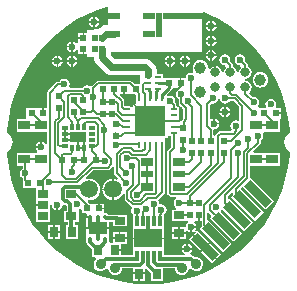
<source format=gtl>
G04 Layer_Physical_Order=1*
G04 Layer_Color=255*
%FSLAX44Y44*%
%MOMM*%
G71*
G01*
G75*
%ADD10R,0.6000X0.5000*%
%ADD11R,0.5000X0.6000*%
%ADD12O,0.2000X0.6500*%
%ADD13O,0.6500X0.2000*%
%ADD14R,2.6000X2.6000*%
%ADD15R,0.9000X0.6500*%
%ADD16R,1.6000X1.0000*%
%ADD17O,0.3000X0.5000*%
%ADD18R,2.3800X1.6500*%
%ADD19R,0.3000X0.8500*%
%ADD20R,0.3500X0.6000*%
%ADD21R,0.6000X0.3500*%
G04:AMPARAMS|DCode=22|XSize=0.7366mm|YSize=2.54mm|CornerRadius=0mm|HoleSize=0mm|Usage=FLASHONLY|Rotation=225.000|XOffset=0mm|YOffset=0mm|HoleType=Round|Shape=Rectangle|*
%AMROTATEDRECTD22*
4,1,4,-0.6376,1.1584,1.1584,-0.6376,0.6376,-1.1584,-1.1584,0.6376,-0.6376,1.1584,0.0*
%
%ADD22ROTATEDRECTD22*%

%ADD23C,1.5000*%
%ADD24C,0.8000*%
%ADD25R,1.0000X0.8000*%
%ADD26R,1.0500X0.8000*%
%ADD27R,1.0500X0.6000*%
%ADD28R,0.7000X0.9000*%
%ADD29R,0.9000X0.7000*%
%ADD30R,0.5500X0.2500*%
%ADD31R,1.0000X0.6000*%
%ADD32C,0.6000*%
%ADD33C,0.5820*%
%ADD34C,0.1500*%
%ADD35C,0.3000*%
%ADD36C,0.2540*%
%ADD37R,0.2500X1.1946*%
%ADD38R,3.5000X0.6000*%
%ADD39R,0.6000X2.1000*%
%ADD40C,0.9000*%
%ADD41C,1.0000*%
%ADD42C,0.6000*%
G36*
X-57639Y18700D02*
X-57841Y18484D01*
X-58021Y18258D01*
X-58180Y18024D01*
X-58318Y17781D01*
X-58435Y17529D01*
X-58530Y17269D01*
X-58604Y17000D01*
X-58658Y16722D01*
X-58689Y16435D01*
X-58700Y16139D01*
X-60200D01*
X-60211Y16435D01*
X-60242Y16722D01*
X-60296Y17000D01*
X-60370Y17269D01*
X-60465Y17529D01*
X-60582Y17781D01*
X-60720Y18024D01*
X-60879Y18258D01*
X-61059Y18484D01*
X-61261Y18700D01*
X-60511Y20071D01*
X-60299Y19880D01*
X-60086Y19732D01*
X-59874Y19626D01*
X-59662Y19562D01*
X-59450Y19541D01*
X-59238Y19562D01*
X-59026Y19626D01*
X-58814Y19732D01*
X-58601Y19880D01*
X-58389Y20071D01*
X-57639Y18700D01*
D02*
G37*
G36*
X-19750Y41000D02*
X-16000D01*
X-16000Y41000D01*
X-16000D01*
X-15000D01*
Y41000D01*
X-14500Y41000D01*
X-11945D01*
X-10799Y39750D01*
Y35250D01*
X-10605Y34275D01*
X-10254Y33750D01*
X-10614Y32671D01*
X-10919Y32250D01*
X-12750D01*
Y30419D01*
X-13171Y30114D01*
X-14250Y29754D01*
X-14775Y30105D01*
X-15750Y30299D01*
X-19955D01*
X-20356Y30700D01*
Y34732D01*
X-20531Y35610D01*
X-21028Y36354D01*
X-24288Y39614D01*
X-23714Y41000D01*
X-21250D01*
Y45000D01*
X-19750D01*
Y41000D01*
D02*
G37*
G36*
X-46039Y28715D02*
X-46008Y28428D01*
X-45954Y28150D01*
X-45880Y27881D01*
X-45785Y27620D01*
X-45668Y27369D01*
X-45530Y27126D01*
X-45371Y26892D01*
X-45191Y26667D01*
X-44989Y26450D01*
X-45739Y25079D01*
X-45951Y25270D01*
X-46164Y25418D01*
X-46376Y25524D01*
X-46588Y25588D01*
X-46800Y25609D01*
X-47012Y25588D01*
X-47224Y25524D01*
X-47436Y25418D01*
X-47649Y25270D01*
X-47861Y25079D01*
X-48611Y26450D01*
X-48409Y26667D01*
X-48229Y26892D01*
X-48070Y27126D01*
X-47932Y27369D01*
X-47815Y27620D01*
X-47720Y27881D01*
X-47646Y28150D01*
X-47592Y28428D01*
X-47561Y28715D01*
X-47550Y29011D01*
X-46050D01*
X-46039Y28715D01*
D02*
G37*
G36*
X-52450Y8500D02*
Y3500D01*
Y-250D01*
X-53700D01*
Y-4750D01*
X-55200D01*
Y-250D01*
X-58700D01*
Y-4750D01*
X-60200D01*
Y-250D01*
X-66450D01*
Y-0D01*
Y1000D01*
X-70950D01*
Y2500D01*
X-66450D01*
Y3500D01*
Y6000D01*
X-70950D01*
Y7500D01*
X-66450D01*
Y8500D01*
Y8750D01*
X-52450D01*
Y8500D01*
D02*
G37*
G36*
X-34500Y113639D02*
X-34449Y112643D01*
X-35555Y111500D01*
X-35750D01*
Y102500D01*
X-34250D01*
Y100121D01*
X-35311Y99060D01*
X-36000D01*
X-36459Y99000D01*
X-38250D01*
Y98645D01*
X-39530Y98115D01*
X-40992Y96993D01*
X-42485Y95500D01*
X-46000D01*
Y94750D01*
X-52000D01*
Y92250D01*
X-54250D01*
Y88250D01*
X-55000D01*
Y87500D01*
X-59500D01*
Y84317D01*
X-61256Y84244D01*
X-62744Y85239D01*
X-63750Y85439D01*
Y81000D01*
Y76561D01*
X-62744Y76761D01*
X-61256Y77756D01*
X-61000Y78138D01*
X-59500Y77683D01*
Y74500D01*
X-55750D01*
Y78500D01*
X-54250D01*
Y74500D01*
X-52000D01*
Y72000D01*
X-46470D01*
Y71750D01*
X-46232Y69946D01*
X-45536Y68265D01*
X-44428Y66822D01*
X-36428Y58822D01*
X-34985Y57714D01*
X-33304Y57018D01*
X-31500Y56780D01*
X-6941D01*
X-6750Y55332D01*
Y50189D01*
X-6750Y49750D01*
X-7939Y49000D01*
X-11256D01*
X-13628Y51372D01*
X-14372Y51870D01*
X-15250Y52044D01*
X-24432D01*
X-24432Y52044D01*
X-34818D01*
X-34818Y52044D01*
X-42682D01*
X-43560Y51870D01*
X-44304Y51372D01*
X-44304Y51372D01*
X-47712Y47964D01*
X-48415Y47314D01*
X-49881Y47747D01*
X-50247Y47991D01*
X-52003Y48340D01*
X-53758Y47991D01*
X-55247Y46996D01*
X-55882Y46046D01*
X-66145D01*
X-66951Y47546D01*
X-66662Y49000D01*
X-67011Y50756D01*
X-68006Y52244D01*
X-69494Y53239D01*
X-71250Y53588D01*
X-73006Y53239D01*
X-74494Y52244D01*
X-75129Y51294D01*
X-76250D01*
X-76250Y51294D01*
X-76982Y51148D01*
X-77128Y51119D01*
X-77872Y50622D01*
X-85122Y43372D01*
X-85619Y42628D01*
X-85794Y41750D01*
Y28800D01*
X-88250D01*
Y24800D01*
X-89750D01*
Y28800D01*
X-93500D01*
X-93500Y28800D01*
X-93500D01*
X-94500D01*
Y28800D01*
X-95000Y28800D01*
X-103500D01*
Y20800D01*
X-104669Y20000D01*
X-111500D01*
Y9000D01*
X-98500D01*
Y9000D01*
X-97500D01*
Y9000D01*
X-85794D01*
Y-1242D01*
X-87294Y-1697D01*
X-87756Y-1006D01*
X-89244Y-11D01*
X-90250Y189D01*
Y-4250D01*
X-91000D01*
Y-5000D01*
X-95439D01*
X-95239Y-6006D01*
X-94244Y-7494D01*
X-94236Y-7500D01*
X-94691Y-9000D01*
X-97500D01*
Y-9000D01*
X-98500D01*
Y-9000D01*
X-111500D01*
Y-20000D01*
X-106544D01*
Y-22621D01*
X-107494Y-23256D01*
X-108489Y-24744D01*
X-108838Y-26500D01*
X-108489Y-28256D01*
X-107494Y-29744D01*
X-106544Y-30379D01*
Y-32250D01*
X-106500Y-32471D01*
Y-38500D01*
X-97500D01*
Y-38500D01*
X-96500D01*
X-95224Y-39040D01*
X-95200Y-39050D01*
Y-48550D01*
Y-52550D01*
X-89200D01*
Y-54050D01*
X-95200D01*
Y-58050D01*
Y-67550D01*
X-83200D01*
Y-58050D01*
Y-53591D01*
X-81700Y-53443D01*
X-81439Y-54756D01*
X-80444Y-56244D01*
X-78956Y-57239D01*
X-77950Y-57439D01*
Y-53000D01*
X-76450D01*
Y-57439D01*
X-75444Y-57239D01*
X-73956Y-56244D01*
X-72961Y-54756D01*
X-72839Y-54144D01*
X-72780Y-54040D01*
X-71187Y-53060D01*
X-70943Y-53109D01*
X-70943Y-53109D01*
X-70117D01*
X-69259Y-53967D01*
Y-58050D01*
X-71200D01*
Y-67550D01*
X-68259D01*
Y-70100D01*
X-69950D01*
Y-82100D01*
X-59950D01*
Y-70100D01*
X-62141D01*
Y-67550D01*
X-59200D01*
Y-58286D01*
X-59200Y-58050D01*
X-58374Y-56892D01*
X-57800Y-56508D01*
X-56300Y-57310D01*
Y-60100D01*
X-53208D01*
X-52368Y-61414D01*
X-52350Y-61600D01*
X-52559Y-62650D01*
Y-62900D01*
X-49500D01*
Y-64400D01*
X-52559D01*
Y-64650D01*
X-52554Y-64672D01*
X-52500Y-66150D01*
X-52500Y-66150D01*
X-52500Y-66150D01*
Y-71900D01*
X-33500D01*
Y-67359D01*
X-30400D01*
Y-71300D01*
X-18400D01*
Y-61300D01*
X-26104D01*
X-26400Y-61241D01*
X-26400Y-61241D01*
X-33833D01*
X-34337Y-60487D01*
X-35329Y-59824D01*
X-36500Y-59591D01*
X-37300Y-58935D01*
Y-56850D01*
X-41800D01*
Y-56100D01*
X-42550D01*
Y-52100D01*
X-46300D01*
Y-52100D01*
X-47300D01*
Y-52100D01*
X-49896D01*
X-50178Y-51678D01*
X-51457Y-50399D01*
X-50756Y-48978D01*
X-50000Y-49078D01*
X-47650Y-48768D01*
X-45461Y-47861D01*
X-43581Y-46419D01*
X-42139Y-44539D01*
X-41232Y-42350D01*
X-40922Y-40000D01*
X-41232Y-37650D01*
X-42139Y-35461D01*
X-43581Y-33581D01*
X-45461Y-32139D01*
X-47650Y-31232D01*
X-50000Y-30922D01*
X-52138Y-31204D01*
X-52534Y-30769D01*
X-52902Y-29846D01*
X-46800Y-23744D01*
X-34525D01*
X-33647Y-23569D01*
X-32903Y-23072D01*
X-30523Y-20692D01*
X-29023Y-21313D01*
Y-26271D01*
X-28848Y-27149D01*
X-28351Y-27893D01*
X-25919Y-30325D01*
X-26769Y-31597D01*
X-27650Y-31232D01*
X-29250Y-31021D01*
Y-40000D01*
Y-48979D01*
X-27650Y-48768D01*
X-25461Y-47861D01*
X-23581Y-46419D01*
X-22139Y-44539D01*
X-21744Y-43586D01*
X-20244Y-43885D01*
Y-47817D01*
X-20069Y-48695D01*
X-19572Y-49439D01*
X-14739Y-54272D01*
X-14321Y-56118D01*
X-14339Y-56144D01*
X-14688Y-57900D01*
X-14339Y-59656D01*
X-13344Y-61144D01*
X-13000Y-61374D01*
Y-71750D01*
X-13400D01*
Y-80750D01*
X13400D01*
Y-71750D01*
X13000D01*
Y-61707D01*
X13019Y-61678D01*
X13176Y-60891D01*
X14144Y-60244D01*
X15139Y-58756D01*
X15488Y-57000D01*
X15139Y-55244D01*
X14144Y-53756D01*
X12656Y-52761D01*
X10900Y-52412D01*
X10634Y-52465D01*
X9188Y-52300D01*
X9004Y-51376D01*
X8839Y-50544D01*
X8609Y-50201D01*
X8201Y-48688D01*
X8831Y-48038D01*
X13372Y-43497D01*
X13372Y-43497D01*
X13869Y-42752D01*
X14044Y-41875D01*
Y-5317D01*
X14105Y-5225D01*
X14299Y-4250D01*
Y250D01*
X14105Y1225D01*
X13754Y1750D01*
X14114Y2829D01*
X14419Y3250D01*
X16250D01*
Y5081D01*
X16671Y5386D01*
X17750Y5746D01*
X18275Y5395D01*
X19206Y5210D01*
Y-3750D01*
X16528Y-6428D01*
X16031Y-7172D01*
X15856Y-8050D01*
Y-42732D01*
X16031Y-43610D01*
X16528Y-44354D01*
X17846Y-45672D01*
X18590Y-46170D01*
X19468Y-46344D01*
X22966D01*
X23421Y-47844D01*
X22656Y-48356D01*
X21661Y-49844D01*
X21312Y-51600D01*
X21661Y-53356D01*
X22656Y-54844D01*
X23637Y-55500D01*
X23182Y-57000D01*
X19700D01*
Y-67000D01*
X31700D01*
Y-66300D01*
X33233D01*
X33688Y-67800D01*
X33006Y-68256D01*
X32011Y-69744D01*
X31848Y-70561D01*
X31662Y-71500D01*
X31662Y-71500D01*
X30232Y-72000D01*
X26450D01*
Y-76250D01*
X31700D01*
Y-75490D01*
X32391Y-75096D01*
X33200Y-74874D01*
X34494Y-75739D01*
X35500Y-75939D01*
Y-71500D01*
X36250D01*
Y-70750D01*
X40689D01*
X40489Y-69744D01*
X39494Y-68256D01*
X38812Y-67800D01*
X39177Y-66389D01*
X39267Y-66300D01*
X41950D01*
Y-61800D01*
X43450D01*
Y-66300D01*
X45156D01*
Y-70192D01*
X45317Y-71001D01*
X43123Y-73195D01*
X63205Y-93277D01*
X70535Y-85947D01*
X50453Y-65865D01*
X50453Y-65865D01*
X50453Y-65865D01*
X49744Y-64610D01*
Y-60334D01*
X51244Y-59713D01*
X53175Y-61644D01*
Y-63144D01*
X52103Y-64215D01*
X72185Y-84297D01*
X79515Y-76967D01*
X61341Y-58793D01*
X61649Y-57778D01*
X63251Y-57402D01*
X81166Y-75316D01*
X88495Y-67986D01*
X68414Y-47905D01*
X68414Y-47905D01*
X68414Y-47905D01*
X67114Y-47366D01*
Y-45538D01*
X69941Y-42711D01*
X71347Y-43187D01*
X71764Y-44554D01*
X70064Y-46254D01*
X90146Y-66336D01*
X97476Y-59006D01*
X77682Y-39213D01*
X79332Y-37562D01*
X99126Y-57356D01*
X106456Y-50026D01*
X86374Y-29944D01*
D01*
X86044Y-28581D01*
Y-20000D01*
X97500D01*
Y-20000D01*
X98500D01*
Y-20000D01*
X111500D01*
Y-9000D01*
X98500D01*
Y-9000D01*
X97500D01*
Y-9000D01*
X89522D01*
X88948Y-7614D01*
X94322Y-2240D01*
X94819Y-1496D01*
X94994Y-618D01*
Y1621D01*
X95944Y2256D01*
X96939Y3744D01*
X97288Y5500D01*
X96939Y7256D01*
X96776Y7500D01*
X97500Y9000D01*
X98500D01*
Y9000D01*
X111500D01*
Y19773D01*
X111503Y19777D01*
X112400Y20900D01*
X112400Y20900D01*
Y20900D01*
X112400Y22400D01*
Y24150D01*
X107900D01*
Y25650D01*
X112400D01*
Y28900D01*
X108432D01*
X107860Y29969D01*
X107770Y30400D01*
X108088Y32000D01*
X107739Y33756D01*
X106744Y35244D01*
X105256Y36239D01*
X103500Y36588D01*
X101744Y36239D01*
X100256Y35244D01*
X99261Y33756D01*
X98912Y32000D01*
X99230Y30400D01*
X99140Y29969D01*
X98568Y28900D01*
X93400D01*
X93400Y28900D01*
X93240Y29053D01*
X92644Y30456D01*
X93639Y31944D01*
X93988Y33700D01*
X93639Y35456D01*
X92644Y36944D01*
X91156Y37939D01*
X89400Y38288D01*
X88279Y38065D01*
X85539Y40805D01*
X85686Y42298D01*
X85965Y42485D01*
X87181Y44304D01*
X87608Y46450D01*
X87181Y48596D01*
X85965Y50415D01*
X84146Y51631D01*
X82000Y52058D01*
Y53542D01*
X84146Y53969D01*
X85965Y55185D01*
X87181Y57004D01*
X87608Y59150D01*
X87181Y61296D01*
X85965Y63115D01*
X84294Y64232D01*
Y65250D01*
X84119Y66128D01*
X83622Y66872D01*
X81865Y68629D01*
X82088Y69750D01*
X81739Y71506D01*
X80744Y72994D01*
X79256Y73989D01*
X77500Y74338D01*
X75744Y73989D01*
X74256Y72994D01*
X73261Y71506D01*
X72912Y69750D01*
X73261Y67994D01*
X74256Y66506D01*
X75744Y65511D01*
X77500Y65162D01*
X77855Y64699D01*
X78035Y63115D01*
X76819Y61296D01*
X76392Y59150D01*
X74908D01*
X74481Y61296D01*
X73265Y63115D01*
X71594Y64232D01*
Y65200D01*
X71419Y66078D01*
X70922Y66822D01*
X69115Y68629D01*
X69338Y69750D01*
X68989Y71506D01*
X67994Y72994D01*
X66506Y73989D01*
X64750Y74338D01*
X62994Y73989D01*
X61506Y72994D01*
X60511Y71506D01*
X60162Y69750D01*
X60511Y67994D01*
X61506Y66506D01*
X62994Y65511D01*
X64750Y65162D01*
X65129Y64680D01*
X65335Y63115D01*
X64119Y61296D01*
X63692Y59150D01*
X62208D01*
X61781Y61296D01*
X60565Y63115D01*
X58746Y64331D01*
X57350Y64609D01*
Y59150D01*
X55850D01*
Y64609D01*
X54454Y64331D01*
X52635Y63115D01*
X51831Y61913D01*
X50390Y62455D01*
X50456Y62960D01*
X50233Y64657D01*
X49578Y66238D01*
X48536Y67596D01*
X47178Y68638D01*
X45597Y69293D01*
X43900Y69516D01*
X42203Y69293D01*
X40622Y68638D01*
X39264Y67596D01*
X38222Y66238D01*
X37567Y64657D01*
X37344Y62960D01*
X37567Y61263D01*
X38063Y60067D01*
X37465Y59068D01*
X37056Y58738D01*
X36300Y58888D01*
X34544Y58539D01*
X33056Y57544D01*
X32061Y56056D01*
X31932Y55404D01*
X31712Y54300D01*
X31712Y54300D01*
X30242Y54000D01*
X27950D01*
Y50000D01*
X26450D01*
Y54000D01*
X23200D01*
X22700Y54000D01*
X22200D01*
X21700D01*
X21200Y54000D01*
X12750D01*
Y57750D01*
X6970D01*
Y61000D01*
X6732Y62804D01*
X6036Y64485D01*
X4928Y65928D01*
X2178Y68678D01*
X735Y69786D01*
X-946Y70482D01*
X-2750Y70720D01*
X-28613D01*
X-31776Y73882D01*
X-31740Y75730D01*
X-31470Y76000D01*
X45750Y76000D01*
X45750Y109587D01*
X46997Y110420D01*
X50763Y108861D01*
X60057Y104022D01*
X68895Y98392D01*
X77208Y92013D01*
X84934Y84934D01*
X92013Y77208D01*
X98392Y68895D01*
X104022Y60057D01*
X108861Y50763D01*
X112871Y41082D01*
X116021Y31088D01*
X118289Y20858D01*
X119657Y10469D01*
X119681Y9925D01*
X119675Y8519D01*
X117868Y7132D01*
X116265Y5043D01*
X115257Y2610D01*
X114914Y0D01*
X115257Y-2610D01*
X116265Y-5043D01*
X117868Y-7132D01*
X119675Y-8519D01*
X119681Y-9919D01*
X119657Y-10469D01*
X118289Y-20858D01*
X116021Y-31088D01*
X112871Y-41082D01*
X108861Y-50763D01*
X104022Y-60057D01*
X98392Y-68895D01*
X92013Y-77208D01*
X84934Y-84934D01*
X77208Y-92013D01*
X68895Y-98392D01*
X60057Y-104022D01*
X50763Y-108861D01*
X41082Y-112871D01*
X31088Y-116021D01*
X20858Y-118289D01*
X10469Y-119657D01*
X0Y-120114D01*
X-10469Y-119657D01*
X-20858Y-118289D01*
X-31088Y-116021D01*
X-41082Y-112871D01*
X-50763Y-108861D01*
X-60057Y-104022D01*
X-68895Y-98392D01*
X-77208Y-92013D01*
X-84934Y-84934D01*
X-92013Y-77208D01*
X-98392Y-68895D01*
X-104022Y-60057D01*
X-108861Y-50763D01*
X-112871Y-41082D01*
X-116021Y-31088D01*
X-118289Y-20858D01*
X-119657Y-10469D01*
X-119682Y-9900D01*
X-119676Y-8514D01*
X-119676D01*
X-119676Y-8514D01*
X-117869Y-7128D01*
X-116266Y-5039D01*
X-115259Y-2607D01*
X-114915Y3D01*
X-115259Y2612D01*
X-116266Y5044D01*
X-117869Y7133D01*
X-119675Y8519D01*
X-119681Y9918D01*
X-119657Y10469D01*
X-118289Y20858D01*
X-116021Y31088D01*
X-112871Y41082D01*
X-108861Y50763D01*
X-104022Y60057D01*
X-98392Y68895D01*
X-92013Y77208D01*
X-84934Y84934D01*
X-77208Y92013D01*
X-68895Y98392D01*
X-60057Y104022D01*
X-50763Y108861D01*
X-41082Y112871D01*
X-35775Y114544D01*
X-34500Y113639D01*
D02*
G37*
G36*
X25677Y44500D02*
X24556Y43751D01*
X23561Y42262D01*
X23212Y40507D01*
X23561Y38751D01*
X24556Y37262D01*
X25506Y36627D01*
Y33075D01*
X25680Y32197D01*
X26178Y31453D01*
X29531Y28100D01*
Y20233D01*
X28149Y18851D01*
X27733Y18228D01*
X27245Y18180D01*
X26175Y18372D01*
X26105Y18725D01*
X25552Y19552D01*
Y20948D01*
X26105Y21775D01*
X26299Y22750D01*
X26105Y23725D01*
X25552Y24552D01*
Y25948D01*
X26105Y26775D01*
X26299Y27750D01*
X26105Y28725D01*
X25552Y29552D01*
X24725Y30105D01*
X23794Y30290D01*
Y31600D01*
X23619Y32478D01*
X23122Y33222D01*
X22565Y33779D01*
X22788Y34900D01*
X22439Y36656D01*
X21444Y38144D01*
X19956Y39139D01*
X18200Y39488D01*
X16728Y39195D01*
X16035Y40021D01*
X15844Y40433D01*
X19597Y44186D01*
X19597Y44186D01*
X20209Y45102D01*
X20388Y46000D01*
X21200D01*
X21700Y46000D01*
X22200D01*
X22700D01*
X23200Y46000D01*
X25248D01*
X25677Y44500D01*
D02*
G37*
G36*
X60761Y35444D02*
X61756Y33956D01*
X63244Y32961D01*
X65000Y32612D01*
X66756Y32961D01*
X68244Y33956D01*
X68879Y34906D01*
X72107D01*
X76956Y30057D01*
Y18904D01*
X75456Y18098D01*
X74000Y18388D01*
X72244Y18039D01*
X70756Y17044D01*
X69761Y15556D01*
X69412Y13800D01*
X69761Y12044D01*
X70396Y11094D01*
X69700Y9594D01*
X60700D01*
X59822Y9419D01*
X59078Y8922D01*
X56978Y6822D01*
X56481Y6078D01*
X56394Y5643D01*
X54894Y5791D01*
Y9823D01*
X55600Y11212D01*
X57356Y11561D01*
X58844Y12556D01*
X59839Y14044D01*
X60039Y15050D01*
X55600D01*
Y15800D01*
X54850D01*
Y20239D01*
X53844Y20039D01*
X53294Y19671D01*
X51794Y20473D01*
Y31150D01*
X53579Y32935D01*
X54700Y32712D01*
X56456Y33061D01*
X57944Y34056D01*
X58939Y35544D01*
X59075Y36230D01*
X60605D01*
X60761Y35444D01*
D02*
G37*
%LPC*%
G36*
X-91750Y189D02*
X-92756Y-11D01*
X-94244Y-1006D01*
X-95239Y-2494D01*
X-95439Y-3500D01*
X-91750D01*
Y189D01*
D02*
G37*
G36*
X-30750Y-31021D02*
X-32350Y-31232D01*
X-34539Y-32139D01*
X-36419Y-33581D01*
X-37861Y-35461D01*
X-38768Y-37650D01*
X-38979Y-39250D01*
X-30750D01*
Y-31021D01*
D02*
G37*
G36*
X-74950Y-70100D02*
X-79200D01*
Y-75350D01*
X-74950D01*
Y-70100D01*
D02*
G37*
G36*
X-37300Y-52100D02*
X-41050D01*
Y-55350D01*
X-37300D01*
Y-52100D01*
D02*
G37*
G36*
X-30750Y-40750D02*
X-38979D01*
X-38768Y-42350D01*
X-37861Y-44539D01*
X-36419Y-46419D01*
X-34539Y-47861D01*
X-32350Y-48768D01*
X-30750Y-48979D01*
Y-40750D01*
D02*
G37*
G36*
X94700Y59356D02*
X93003Y59133D01*
X91422Y58478D01*
X90064Y57436D01*
X89022Y56078D01*
X88367Y54497D01*
X88144Y52800D01*
X88367Y51103D01*
X89022Y49522D01*
X90064Y48164D01*
X91422Y47122D01*
X93003Y46467D01*
X94700Y46244D01*
X96397Y46467D01*
X97978Y47122D01*
X99336Y48164D01*
X100378Y49522D01*
X101033Y51103D01*
X101256Y52800D01*
X101033Y54497D01*
X100378Y56078D01*
X99336Y57436D01*
X97978Y58478D01*
X96397Y59133D01*
X94700Y59356D01*
D02*
G37*
G36*
X37278Y-79041D02*
X34143Y-82175D01*
X43653Y-91686D01*
X46788Y-88551D01*
X37278Y-79041D01*
D02*
G37*
G36*
X52044Y-85417D02*
X48909Y-88551D01*
X58420Y-98062D01*
X61555Y-94927D01*
X52044Y-85417D01*
D02*
G37*
G36*
X33450Y-85861D02*
Y-89550D01*
X37139D01*
X36939Y-88544D01*
X35944Y-87056D01*
X34456Y-86061D01*
X33450Y-85861D01*
D02*
G37*
G36*
X31950D02*
X30944Y-86061D01*
X29456Y-87056D01*
X28461Y-88544D01*
X28261Y-89550D01*
X31950D01*
Y-85861D01*
D02*
G37*
G36*
X-2750Y-112000D02*
X-7000D01*
Y-117250D01*
X-2750D01*
Y-112000D01*
D02*
G37*
G36*
X-8500D02*
X-12750D01*
Y-117250D01*
X-8500D01*
Y-112000D01*
D02*
G37*
G36*
X47849Y-89612D02*
X44714Y-92746D01*
X54225Y-102257D01*
X57359Y-99122D01*
X47849Y-89612D01*
D02*
G37*
G36*
X-33500Y-73400D02*
X-52500D01*
Y-79150D01*
X-52500Y-79150D01*
X-52554Y-80627D01*
X-52559Y-80650D01*
Y-81650D01*
Y-82650D01*
Y-84750D01*
X-52559Y-84750D01*
X-52326Y-85921D01*
X-51663Y-86913D01*
X-48000Y-90576D01*
Y-97250D01*
X-45080D01*
X-44516Y-98750D01*
X-45237Y-99382D01*
X-46293Y-101523D01*
X-46449Y-103905D01*
X-45682Y-106165D01*
X-44108Y-107960D01*
X-41967Y-109016D01*
X-39585Y-109172D01*
X-37325Y-108404D01*
X-35669Y-106952D01*
X-34874Y-107080D01*
X-34122Y-107367D01*
X-33414Y-109452D01*
X-31841Y-111247D01*
X-29700Y-112303D01*
X-27318Y-112459D01*
X-25058Y-111691D01*
X-23263Y-110118D01*
X-22207Y-107977D01*
X-22131Y-106809D01*
X-12750D01*
Y-109950D01*
X-2750D01*
Y-107697D01*
X-1250Y-107076D01*
X2250Y-110576D01*
Y-117250D01*
X12250D01*
Y-106808D01*
X22131D01*
X22207Y-107977D01*
X23263Y-110118D01*
X25058Y-111691D01*
X27318Y-112459D01*
X29700Y-112303D01*
X31841Y-111247D01*
X33414Y-109452D01*
X34122Y-107367D01*
X34874Y-107080D01*
X35669Y-106952D01*
X37325Y-108404D01*
X39585Y-109172D01*
X41967Y-109016D01*
X44108Y-107960D01*
X45682Y-106165D01*
X46449Y-103905D01*
X46293Y-101523D01*
X45237Y-99382D01*
X43442Y-97809D01*
X41182Y-97041D01*
X38801Y-97197D01*
X38334Y-96730D01*
X37342Y-96067D01*
X36171Y-95835D01*
X35663Y-95537D01*
X35580Y-93787D01*
X35944Y-93544D01*
X36939Y-92056D01*
X37139Y-91050D01*
X28261D01*
X28461Y-92056D01*
X29456Y-93544D01*
X30638Y-94334D01*
X30354Y-95835D01*
X13000D01*
Y-91250D01*
X13400D01*
Y-82250D01*
X-13400D01*
Y-91250D01*
X-13000D01*
Y-95835D01*
X-23000D01*
Y-92000D01*
X-28000D01*
Y-90500D01*
X-23000D01*
Y-86300D01*
X-18400D01*
Y-82050D01*
X-30400D01*
Y-85250D01*
X-32011D01*
X-33131Y-84858D01*
X-33441Y-83933D01*
Y-81650D01*
Y-80650D01*
X-33446Y-80627D01*
X-33500Y-79150D01*
X-33500Y-79150D01*
X-33500Y-79150D01*
Y-73400D01*
D02*
G37*
G36*
X40689Y-72250D02*
X37000D01*
Y-75939D01*
X38006Y-75739D01*
X38448Y-75443D01*
X38448D01*
X38482Y-75421D01*
X39390Y-74855D01*
X39436Y-74911D01*
X39563Y-75066D01*
X40325Y-75994D01*
X38338Y-77980D01*
X47849Y-87491D01*
X50983Y-84356D01*
X41473Y-74845D01*
X40744Y-75575D01*
X39816Y-74813D01*
X39661Y-74686D01*
X39605Y-74640D01*
X40171Y-73732D01*
X40193Y-73698D01*
X40193Y-73698D01*
X40489Y-73256D01*
X40689Y-72250D01*
D02*
G37*
G36*
X-18400Y-76300D02*
X-23650D01*
Y-80550D01*
X-18400D01*
Y-76300D01*
D02*
G37*
G36*
X-25150D02*
X-30400D01*
Y-80550D01*
X-25150D01*
Y-76300D01*
D02*
G37*
G36*
X-80700Y-70100D02*
X-84950D01*
Y-75350D01*
X-80700D01*
Y-70100D01*
D02*
G37*
G36*
X24950Y-72000D02*
X19700D01*
Y-76250D01*
X24950D01*
Y-72000D01*
D02*
G37*
G36*
X-74950Y-76850D02*
X-79200D01*
Y-82100D01*
X-74950D01*
Y-76850D01*
D02*
G37*
G36*
X-80700D02*
X-84950D01*
Y-82100D01*
X-80700D01*
Y-76850D01*
D02*
G37*
G36*
X31700Y-77750D02*
X26450D01*
Y-82000D01*
X31700D01*
Y-77750D01*
D02*
G37*
G36*
X24950D02*
X19700D01*
Y-82000D01*
X24950D01*
Y-77750D01*
D02*
G37*
G36*
X-65250Y85439D02*
X-66256Y85239D01*
X-67744Y84244D01*
X-68739Y82756D01*
X-68939Y81750D01*
X-65250D01*
Y85439D01*
D02*
G37*
G36*
X57689Y85250D02*
X54000D01*
Y81561D01*
X55006Y81761D01*
X56494Y82756D01*
X57489Y84244D01*
X57689Y85250D01*
D02*
G37*
G36*
X54000Y90439D02*
Y86750D01*
X57689D01*
X57489Y87756D01*
X56494Y89244D01*
X55006Y90239D01*
X54000Y90439D01*
D02*
G37*
G36*
X52500D02*
X51494Y90239D01*
X50006Y89244D01*
X49011Y87756D01*
X48811Y86750D01*
X52500D01*
Y90439D01*
D02*
G37*
G36*
X54000Y77939D02*
Y74250D01*
X57689D01*
X57489Y75256D01*
X56494Y76744D01*
X55006Y77739D01*
X54000Y77939D01*
D02*
G37*
G36*
X52500D02*
X51494Y77739D01*
X50006Y76744D01*
X49011Y75256D01*
X48811Y74250D01*
X52500D01*
Y77939D01*
D02*
G37*
G36*
Y85250D02*
X48811D01*
X49011Y84244D01*
X50006Y82756D01*
X51494Y81761D01*
X52500Y81561D01*
Y85250D01*
D02*
G37*
G36*
X-65250Y80250D02*
X-68939D01*
X-68739Y79244D01*
X-67744Y77756D01*
X-66256Y76761D01*
X-65250Y76561D01*
Y80250D01*
D02*
G37*
G36*
X-55750Y92250D02*
X-59500D01*
Y89000D01*
X-55750D01*
Y92250D01*
D02*
G37*
G36*
X54000Y102939D02*
Y99250D01*
X57689D01*
X57489Y100256D01*
X56494Y101744D01*
X55006Y102739D01*
X54000Y102939D01*
D02*
G37*
G36*
X52500D02*
X51494Y102739D01*
X50006Y101744D01*
X49011Y100256D01*
X48811Y99250D01*
X52500D01*
Y102939D01*
D02*
G37*
G36*
X-45500Y106439D02*
Y102750D01*
X-41811D01*
X-42011Y103756D01*
X-43006Y105244D01*
X-44494Y106239D01*
X-45500Y106439D01*
D02*
G37*
G36*
X-47000D02*
X-48006Y106239D01*
X-49494Y105244D01*
X-50489Y103756D01*
X-50689Y102750D01*
X-47000D01*
Y106439D01*
D02*
G37*
G36*
X57689Y97750D02*
X54000D01*
Y94061D01*
X55006Y94261D01*
X56494Y95256D01*
X57489Y96744D01*
X57689Y97750D01*
D02*
G37*
G36*
X52500D02*
X48811D01*
X49011Y96744D01*
X50006Y95256D01*
X51494Y94261D01*
X52500Y94061D01*
Y97750D01*
D02*
G37*
G36*
X-41811Y101250D02*
X-45500D01*
Y97561D01*
X-44494Y97761D01*
X-43006Y98756D01*
X-42011Y100244D01*
X-41811Y101250D01*
D02*
G37*
G36*
X-47000D02*
X-50689D01*
X-50489Y100244D01*
X-49494Y98756D01*
X-48006Y97761D01*
X-47000Y97561D01*
Y101250D01*
D02*
G37*
G36*
X31500Y72939D02*
Y69250D01*
X35189D01*
X34989Y70256D01*
X33994Y71744D01*
X32506Y72739D01*
X31500Y72939D01*
D02*
G37*
G36*
X22689Y67750D02*
X19000D01*
Y64061D01*
X20006Y64261D01*
X21494Y65256D01*
X22489Y66744D01*
X22689Y67750D01*
D02*
G37*
G36*
X17500D02*
X13811D01*
X14011Y66744D01*
X15006Y65256D01*
X16494Y64261D01*
X17500Y64061D01*
Y67750D01*
D02*
G37*
G36*
X35189D02*
X31500D01*
Y64061D01*
X32506Y64261D01*
X33994Y65256D01*
X34989Y66744D01*
X35189Y67750D01*
D02*
G37*
G36*
X30000D02*
X26311D01*
X26511Y66744D01*
X27506Y65256D01*
X28994Y64261D01*
X30000Y64061D01*
Y67750D01*
D02*
G37*
G36*
X-72561D02*
X-76250D01*
Y64061D01*
X-75244Y64261D01*
X-73756Y65256D01*
X-72761Y66744D01*
X-72561Y67750D01*
D02*
G37*
G36*
X-77750D02*
X-81439D01*
X-81239Y66744D01*
X-80244Y65256D01*
X-78756Y64261D01*
X-77750Y64061D01*
Y67750D01*
D02*
G37*
G36*
X-60061D02*
X-63750D01*
Y64061D01*
X-62744Y64261D01*
X-61256Y65256D01*
X-60261Y66744D01*
X-60061Y67750D01*
D02*
G37*
G36*
X-65250D02*
X-68939D01*
X-68739Y66744D01*
X-67744Y65256D01*
X-66256Y64261D01*
X-65250Y64061D01*
Y67750D01*
D02*
G37*
G36*
X52500Y72750D02*
X48811D01*
X49011Y71744D01*
X50006Y70256D01*
X51494Y69261D01*
X52500Y69061D01*
Y72750D01*
D02*
G37*
G36*
X17500Y72939D02*
X16494Y72739D01*
X15006Y71744D01*
X14011Y70256D01*
X13811Y69250D01*
X17500D01*
Y72939D01*
D02*
G37*
G36*
X-63750D02*
Y69250D01*
X-60061D01*
X-60261Y70256D01*
X-61256Y71744D01*
X-62744Y72739D01*
X-63750Y72939D01*
D02*
G37*
G36*
X30000D02*
X28994Y72739D01*
X27506Y71744D01*
X26511Y70256D01*
X26311Y69250D01*
X30000D01*
Y72939D01*
D02*
G37*
G36*
X19000D02*
Y69250D01*
X22689D01*
X22489Y70256D01*
X21494Y71744D01*
X20006Y72739D01*
X19000Y72939D01*
D02*
G37*
G36*
X-77750D02*
X-78756Y72739D01*
X-80244Y71744D01*
X-81239Y70256D01*
X-81439Y69250D01*
X-77750D01*
Y72939D01*
D02*
G37*
G36*
X57689Y72750D02*
X54000D01*
Y69061D01*
X55006Y69261D01*
X56494Y70256D01*
X57489Y71744D01*
X57689Y72750D01*
D02*
G37*
G36*
X-65250Y72939D02*
X-66256Y72739D01*
X-67744Y71744D01*
X-68739Y70256D01*
X-68939Y69250D01*
X-65250D01*
Y72939D01*
D02*
G37*
G36*
X-76250D02*
Y69250D01*
X-72561D01*
X-72761Y70256D01*
X-73756Y71744D01*
X-75244Y72739D01*
X-76250Y72939D01*
D02*
G37*
G36*
X63850Y29839D02*
X62844Y29639D01*
X61356Y28644D01*
X60361Y27156D01*
X60161Y26150D01*
X63850D01*
Y29839D01*
D02*
G37*
G36*
X65350D02*
Y26150D01*
X69039D01*
X68839Y27156D01*
X67844Y28644D01*
X66356Y29639D01*
X65350Y29839D01*
D02*
G37*
G36*
X56350Y20239D02*
Y16550D01*
X60039D01*
X59839Y17556D01*
X58844Y19044D01*
X57356Y20039D01*
X56350Y20239D01*
D02*
G37*
G36*
X63850Y24650D02*
X60161D01*
X60361Y23644D01*
X61356Y22156D01*
X62844Y21161D01*
X63850Y20961D01*
Y24650D01*
D02*
G37*
G36*
X69039D02*
X65350D01*
Y20961D01*
X66356Y21161D01*
X67844Y22156D01*
X68839Y23644D01*
X69039Y24650D01*
D02*
G37*
%LPD*%
D10*
X-55000Y88250D02*
D03*
X-45000D02*
D03*
X-55000Y78500D02*
D03*
X-45000D02*
D03*
X-38750Y45000D02*
D03*
X-28750D02*
D03*
X-92000Y-34500D02*
D03*
X-102000D02*
D03*
X-51800Y-56100D02*
D03*
X-41800D02*
D03*
X-89000Y24800D02*
D03*
X-99000D02*
D03*
X97900Y24900D02*
D03*
X107900D02*
D03*
X27200Y50000D02*
D03*
X17200D02*
D03*
X-10500Y45000D02*
D03*
X-20500D02*
D03*
X-54400Y-15100D02*
D03*
X-44400D02*
D03*
X-63350Y-15100D02*
D03*
X-73350D02*
D03*
D11*
X-39500Y88500D02*
D03*
Y78500D02*
D03*
X-62800Y25400D02*
D03*
Y35400D02*
D03*
X-55300Y35400D02*
D03*
Y25400D02*
D03*
X-76000Y29000D02*
D03*
Y39000D02*
D03*
X35200Y-51800D02*
D03*
Y-61800D02*
D03*
X64200Y-9100D02*
D03*
Y900D02*
D03*
X37250Y903D02*
D03*
X37250Y-9097D02*
D03*
X44887Y903D02*
D03*
X44887Y-9097D02*
D03*
X52600Y900D02*
D03*
X52600Y-9100D02*
D03*
X42700Y-61800D02*
D03*
X42700Y-51800D02*
D03*
X-27700Y5500D02*
D03*
Y15500D02*
D03*
X-38100Y34000D02*
D03*
Y24000D02*
D03*
X-30600Y34000D02*
D03*
Y24000D02*
D03*
X29500Y12200D02*
D03*
Y2200D02*
D03*
D12*
X-8250Y-2000D02*
D03*
X-3250D02*
D03*
X1750D02*
D03*
X6750D02*
D03*
X11750D02*
D03*
Y37500D02*
D03*
X6750D02*
D03*
X1750D02*
D03*
X-3250D02*
D03*
X-8250D02*
D03*
D13*
X21500Y7750D02*
D03*
Y12750D02*
D03*
Y17750D02*
D03*
Y22750D02*
D03*
Y27750D02*
D03*
X-18000D02*
D03*
Y22750D02*
D03*
Y17750D02*
D03*
Y12750D02*
D03*
Y7750D02*
D03*
D14*
X1750Y17750D02*
D03*
D15*
X-65200Y-43800D02*
D03*
Y-62800D02*
D03*
X-89200D02*
D03*
Y-53300D02*
D03*
Y-43800D02*
D03*
D16*
X-43000Y-72650D02*
D03*
D17*
X-36500Y-81650D02*
D03*
X-43000D02*
D03*
X-49500D02*
D03*
Y-63650D02*
D03*
X-43000D02*
D03*
X-36500D02*
D03*
D18*
X0Y-81500D02*
D03*
D19*
X10000Y-96250D02*
D03*
X5000D02*
D03*
X0D02*
D03*
X-5000D02*
D03*
X-10000D02*
D03*
Y-66750D02*
D03*
X-5000D02*
D03*
X0D02*
D03*
X5000D02*
D03*
X10000D02*
D03*
D20*
X-64450Y-4750D02*
D03*
X-59450D02*
D03*
X-54450D02*
D03*
Y13250D02*
D03*
X-59450D02*
D03*
X-64450D02*
D03*
D21*
X-47950Y-3250D02*
D03*
Y1750D02*
D03*
Y6750D02*
D03*
Y11750D02*
D03*
X-70950D02*
D03*
Y6750D02*
D03*
Y1750D02*
D03*
Y-3250D02*
D03*
D22*
X92750Y-43650D02*
D03*
X83770Y-52630D02*
D03*
X74790Y-61610D02*
D03*
X65809Y-70591D02*
D03*
X47849Y-88551D02*
D03*
X56829Y-79571D02*
D03*
D23*
X-30000Y-40000D02*
D03*
X-50000D02*
D03*
D24*
X69300Y46450D02*
D03*
X56600Y59150D02*
D03*
X82000Y46450D02*
D03*
Y59150D02*
D03*
X56600Y46450D02*
D03*
X69300Y59150D02*
D03*
D25*
X-91000Y14500D02*
D03*
Y-14500D02*
D03*
X-105000D02*
D03*
Y14500D02*
D03*
X105000D02*
D03*
Y-14500D02*
D03*
X91000D02*
D03*
Y14500D02*
D03*
D26*
X-850Y-16800D02*
D03*
Y-37800D02*
D03*
X25650Y-16800D02*
D03*
Y-37800D02*
D03*
D27*
X-850Y-27300D02*
D03*
X25650D02*
D03*
D28*
X-7750Y-111250D02*
D03*
X7250D02*
D03*
X-79950Y-76100D02*
D03*
X-64950D02*
D03*
X-28000Y-91250D02*
D03*
X-43000D02*
D03*
D29*
X25700Y-77000D02*
D03*
Y-62000D02*
D03*
X-24400Y-81300D02*
D03*
Y-66300D02*
D03*
D30*
X8500Y45000D02*
D03*
Y50000D02*
D03*
Y55000D02*
D03*
X0D02*
D03*
Y50000D02*
D03*
Y45000D02*
D03*
D31*
X750Y107000D02*
D03*
Y92000D02*
D03*
X-29250D02*
D03*
Y107000D02*
D03*
D32*
X-36000Y92000D02*
X-29250D01*
X-39500Y88500D02*
X-36000Y92000D01*
D33*
X-39500Y71750D02*
Y78500D01*
X0Y57000D02*
Y61000D01*
X-39500Y71750D02*
X-31500Y63750D01*
X-2750D01*
X0Y61000D01*
D34*
X-71100Y21400D02*
Y34100D01*
X-76000Y39000D02*
X-71100Y34100D01*
X-76000Y39000D02*
X-71250Y43750D01*
X-68093D01*
X-68091Y43752D01*
X-76250Y49000D02*
X-71250D01*
X-83500Y41750D02*
X-76250Y49000D01*
X82000Y59250D02*
Y65250D01*
X77500Y69750D02*
X82000Y65250D01*
X69300Y59250D02*
X69400Y59150D01*
X69300Y59250D02*
Y65200D01*
Y59150D02*
Y59250D01*
X64750Y69750D02*
X69300Y65200D01*
X22550Y42681D02*
X27200Y47331D01*
Y50000D01*
X-63350Y-15100D02*
X-63350Y-15100D01*
X-54400D01*
X-64500Y-25500D02*
Y-20750D01*
X-63350Y-19600D01*
Y-15100D01*
X-38750Y44000D02*
X-38100Y43350D01*
Y34000D02*
Y43350D01*
X-3250Y22750D02*
Y37500D01*
X-18000Y22750D02*
X-3250D01*
X1750Y17750D02*
X9350Y10150D01*
X-3250Y22750D02*
X1750Y17750D01*
X-46800Y37900D02*
X-46753Y37947D01*
X-28750Y40832D02*
X-22650Y34732D01*
X-28750Y40832D02*
Y44000D01*
X-22650Y29750D02*
Y34732D01*
X-68091Y43752D02*
X-52003D01*
X-56900Y40700D02*
X-55300Y39100D01*
X-66500Y40700D02*
X-56900D01*
X-55300Y35400D02*
Y39100D01*
X-79200Y-9250D02*
X-73350Y-15100D01*
X-79200Y-9250D02*
Y17543D01*
X-76000Y20743D01*
Y29000D01*
X-68100Y39100D02*
X-66500Y40700D01*
X-68100Y21050D02*
Y39100D01*
X-84000Y-34000D02*
Y-33800D01*
X-84000Y-33800D01*
X-104250Y-32250D02*
Y-26500D01*
Y-32250D02*
X-102000Y-34500D01*
X-105000Y-14500D02*
X-104250Y-15250D01*
Y-26500D02*
Y-15250D01*
X-89500Y-43500D02*
X-89200Y-43800D01*
X62309Y-67091D02*
X65809Y-70591D01*
X61866Y-67091D02*
X62309D01*
X51900Y-57125D02*
Y-52875D01*
Y-57125D02*
X61866Y-67091D01*
X51900Y-52875D02*
X75500Y-29275D01*
X47450Y-53083D02*
X70137Y-30395D01*
X47450Y-70192D02*
Y-53083D01*
Y-70192D02*
X56829Y-79571D01*
X75500Y-29275D02*
Y-8783D01*
X35200Y-45375D02*
X64200Y-16375D01*
X35200Y-51600D02*
Y-45375D01*
X36800Y-51800D02*
X42700D01*
X35200Y-51600D02*
X36400D01*
X25900D02*
X35200D01*
Y-51800D02*
Y-51600D01*
X70137Y-30395D02*
Y-6463D01*
X-76200Y16300D02*
X-71100Y21400D01*
X-76200Y-2200D02*
Y16300D01*
X-75150Y-3250D02*
X-70950D01*
X-76200Y-2200D02*
X-75150Y-3250D01*
X-54450Y-4750D02*
X-54400Y-4800D01*
Y-15100D02*
Y-4800D01*
X-47950Y-7550D02*
Y-3250D01*
Y-7550D02*
X-44400Y-11100D01*
Y-15100D02*
Y-11100D01*
Y-15100D02*
X-43300Y-16200D01*
X-72200Y-9900D02*
X-65700D01*
X-73350Y-11050D02*
X-72200Y-9900D01*
X-73350Y-15100D02*
Y-11050D01*
X-64450Y-8650D02*
Y-4750D01*
X-65700Y-9900D02*
X-64450Y-8650D01*
X-105000Y-14500D02*
X-91000D01*
X-47950Y-3250D02*
X-44050D01*
X-5000Y48500D02*
X-3500Y50000D01*
X0D01*
X-5000Y42818D02*
Y48500D01*
Y42818D02*
X-4500Y42318D01*
Y42200D02*
Y42318D01*
Y42200D02*
X-3250Y40950D01*
Y37500D02*
Y40950D01*
X-20650Y27750D02*
X-18000D01*
X-22650Y29750D02*
X-20650Y27750D01*
X-22025Y22750D02*
X-18000D01*
X-25650Y26375D02*
X-22025Y22750D01*
X91000Y-14500D02*
X105000D01*
X83750Y-9568D02*
X92700Y-618D01*
Y5500D01*
X91000Y14500D02*
X105000D01*
X-18000Y7750D02*
X-8250D01*
X1750Y17750D01*
X21500D01*
X-65200Y-43800D02*
X-65100Y-43700D01*
X-70950Y1750D02*
Y6750D01*
Y11750D01*
X67250Y-54071D02*
X74790Y-61610D01*
X73800Y-42660D02*
X83770Y-52630D01*
X73800Y-42660D02*
Y-39850D01*
X64820Y-51641D02*
X74790Y-61610D01*
X64820Y-51641D02*
Y-44588D01*
X80750Y-28657D01*
X73800Y-39850D02*
X83750Y-29900D01*
Y-9568D01*
X80750Y-28657D02*
Y-8325D01*
X75469Y-8752D02*
X75500Y-8783D01*
Y-1100D02*
X76000D01*
X-8250Y-4400D02*
Y-2000D01*
X6750Y-5550D02*
Y-2000D01*
X-64450Y13250D02*
Y17400D01*
X-62500Y21000D02*
X-59450Y17950D01*
Y13250D02*
Y17950D01*
X-62500Y21000D02*
Y26500D01*
X-21268Y17750D02*
X-18000D01*
X-55300Y25400D02*
Y26582D01*
X-54450Y13250D02*
Y15150D01*
X-1900Y-10500D02*
X1750Y-6850D01*
Y-2000D01*
X6650Y-5650D02*
X6750Y-5550D01*
X18150Y-42732D02*
X19468Y-44050D01*
X70137Y-6463D02*
X75500Y-1100D01*
X36700Y-51900D02*
X36800Y-51800D01*
X-28450Y7750D02*
X-27700D01*
X-29200Y7000D02*
X-28450Y7750D01*
X-20750D02*
X-18000D01*
X-23000Y5500D02*
X-20750Y7750D01*
X-27700Y5500D02*
X-23000D01*
X-26300Y17000D02*
X-26250Y16950D01*
X-29200Y17000D02*
X-26300D01*
X-27700Y15500D02*
X-24500D01*
X-21750Y12750D01*
X-18000D01*
X-30600Y24000D02*
X-27518D01*
X-21268Y17750D01*
X-38100Y24000D02*
X-30600D01*
X-68100Y21050D02*
X-64450Y17400D01*
X-38100Y34000D02*
X-33118D01*
X-46800Y27200D02*
X-43600Y24000D01*
X-38100D01*
X-46800Y27200D02*
Y37900D01*
X-48600Y25400D02*
X-46800Y27200D01*
X-55300Y25400D02*
X-48600D01*
X-30600Y34000D02*
X-27600D01*
X-25650Y32050D01*
Y26375D02*
Y32050D01*
X-62800Y34082D02*
Y35400D01*
Y34082D02*
X-55300Y26582D01*
X44887Y-97D02*
Y30838D01*
X18150Y-42732D02*
Y-8050D01*
X21500Y-4700D01*
Y7750D01*
X49500Y32100D02*
X54700Y37300D01*
X49500Y13800D02*
Y32100D01*
X36150Y54150D02*
X36300Y54300D01*
X36150Y39574D02*
X44887Y30838D01*
X36150Y39574D02*
Y54150D01*
X18200Y34900D02*
X21500Y31600D01*
Y27750D02*
Y31600D01*
X73057Y37200D02*
X79250Y31007D01*
X65000Y37200D02*
X73057D01*
X105000Y14500D02*
Y17800D01*
X97900Y24900D02*
X105000Y17800D01*
X-91000Y14500D02*
Y16800D01*
X-99000Y24800D02*
X-91000Y16800D01*
X21500Y17750D02*
X26050D01*
X28200Y19900D01*
Y27896D01*
X24500Y31596D02*
X28200Y27896D01*
X31825Y19283D02*
Y29050D01*
X29771Y17229D02*
X31825Y19283D01*
X29771Y13021D02*
Y17229D01*
X29500Y12750D02*
X29771Y13021D01*
X21500Y12750D02*
X29500D01*
Y-6600D02*
X29500Y-6600D01*
X29500Y-6600D02*
Y2200D01*
X-59450Y17950D02*
X-57300Y20100D01*
X-54450Y15150D02*
X-52500Y17100D01*
X-850Y-27300D02*
Y-16800D01*
X-3250Y-5350D02*
Y-2000D01*
X25900Y-61800D02*
X36800D01*
X-5400Y-7500D02*
X-3250Y-5350D01*
X-44050Y-3250D02*
X-42700Y-1900D01*
X-47750Y-21450D02*
X-34525D01*
X-13875Y-10500D02*
X-1900D01*
X-34525Y-21450D02*
X-31450Y-18375D01*
Y-14025D01*
X68800Y59650D02*
X69300Y59150D01*
Y41300D02*
Y46450D01*
Y41300D02*
X70400Y40200D01*
X74300D01*
X89400Y25100D01*
X82000Y41100D02*
Y46450D01*
Y41100D02*
X89400Y33700D01*
X-2000Y-37800D02*
X-850D01*
X-101000Y14500D02*
X-91000D01*
X-51800Y-56100D02*
Y-53300D01*
X-65200Y-43800D02*
X-61300D01*
X-51800Y-53300D01*
X84000Y-5076D02*
Y3000D01*
X-103500Y12000D02*
X-101000Y14500D01*
X-73350Y-27450D02*
Y-15100D01*
X-59450Y-4750D02*
X-54450D01*
X-60100Y-33800D02*
X-47750Y-21450D01*
X-73350Y-27450D02*
X-70000Y-30800D01*
X-61343D01*
X-45643Y-15100D01*
X-44400D01*
X-84000Y-33800D02*
X-60100D01*
X-13600Y-19493D02*
X-13500Y-19593D01*
X-8700Y-1550D02*
X-8250Y-2000D01*
X-27050Y-1550D02*
X-8700D01*
X-13600Y-19493D02*
X-13600Y-19493D01*
X-13600Y-19800D02*
X-13450Y-19950D01*
X-13650Y-19743D02*
X-13600Y-19693D01*
X-13500Y-19593D01*
X-13600Y-19800D02*
Y-19693D01*
Y-19493D01*
X-10700Y-13500D02*
X-8350Y-15850D01*
X-18300Y-13500D02*
X-10700D01*
X-12633Y-7500D02*
X-5400D01*
X11750Y-41875D02*
Y-2000D01*
X-850Y-37800D02*
Y-27300D01*
X-8350Y-21732D02*
Y-15850D01*
Y-21732D02*
X-8350Y-21732D01*
X-8350Y-35625D02*
Y-21732D01*
X-10600Y-46400D02*
X-2000Y-37800D01*
X-11400Y-45600D02*
X-10600Y-46400D01*
X-11400Y-45600D02*
X-10200Y-44400D01*
X-23650Y-21150D02*
X-18700Y-26100D01*
X-26729Y-26271D02*
X-18700Y-34300D01*
X-13450Y-36475D02*
Y-19950D01*
X-17950Y-40975D02*
X-13450Y-36475D01*
X-17950Y-47817D02*
Y-40975D01*
X-14950Y-42225D02*
X-8350Y-35625D01*
X-14950Y-46575D02*
Y-42225D01*
X-10200Y-44400D02*
X-9700D01*
X6650Y-42732D02*
Y-5650D01*
X5332Y-44050D02*
X6650Y-42732D01*
X-1926Y-44050D02*
X5332D01*
X6575Y-47050D02*
X11750Y-41875D01*
X-683Y-47050D02*
X6575D01*
X10000Y-66750D02*
Y-61700D01*
X10900Y-60800D01*
Y-57000D01*
X4600Y-58400D02*
Y-52300D01*
Y-58400D02*
X5000Y-58800D01*
Y-66750D02*
Y-58800D01*
X36400Y-51600D02*
X36700Y-51900D01*
X-13650Y-19800D02*
Y-19743D01*
X80750Y-8325D02*
X84000Y-5076D01*
X-6283Y-52650D02*
X-683Y-47050D01*
X-17950Y-47817D02*
X-13117Y-52650D01*
X-4750Y-59350D02*
X-2300Y-56900D01*
X-11875Y-49650D02*
X-7525D01*
X-10000Y-66750D02*
X-10000Y-66750D01*
X-10100Y-66650D02*
X-10000Y-66750D01*
X-10100Y-66650D02*
Y-57900D01*
X-14950Y-46575D02*
X-11875Y-49650D01*
X-7525D02*
X-1926Y-44050D01*
X-13117Y-52650D02*
X-6283D01*
X-4750Y-66500D02*
Y-59350D01*
X-5000Y-66750D02*
X-4750Y-66500D01*
X74000Y9100D02*
Y13800D01*
X52600Y-100D02*
Y10700D01*
X49500Y13800D02*
X52600Y10700D01*
X37250Y-97D02*
Y29950D01*
X31900Y35300D02*
X37250Y29950D01*
X25650Y-16800D02*
X34300D01*
X37250Y-13850D01*
Y-10097D01*
X25650Y-27300D02*
X34300D01*
X44887Y-16713D02*
Y-10097D01*
X34300Y-27300D02*
X44887Y-16713D01*
X25650Y-37800D02*
X34290D01*
X52600Y-19490D01*
Y-10100D01*
X19468Y-44050D02*
X32283D01*
X58600Y-17733D01*
X64200Y-16375D02*
Y-10100D01*
X72200Y7300D02*
X74000Y9100D01*
X58600Y-17733D02*
Y5200D01*
X60700Y7300D01*
X72200D01*
X64200Y900D02*
X70043D01*
X79250Y10107D01*
Y31007D01*
X-52500Y17100D02*
X-45368D01*
X-42700Y-1900D02*
Y14432D01*
X-45368Y17100D02*
X-42700Y14432D01*
X-57300Y20100D02*
X-43100D01*
X-37400Y10300D02*
Y14400D01*
X-43100Y20100D02*
X-37400Y14400D01*
Y-8075D02*
Y10300D01*
Y-8075D02*
X-31450Y-14025D01*
X-26729Y-26271D02*
Y-10061D01*
X-16225Y-8150D02*
X-13875Y-10500D01*
X-14983Y-5150D02*
X-12633Y-7500D01*
X-27050Y-1550D02*
X-26600Y-2000D01*
X-43300Y-16200D02*
X-36700D01*
X-18400Y-13400D02*
X-18300Y-13500D01*
X-23650Y-21150D02*
Y-11225D01*
X-20575Y-8150D01*
X-16225D01*
X-26729Y-10061D02*
X-21817Y-5150D01*
X-14983D01*
X-27566Y-2000D02*
X-26600D01*
X27800Y33075D02*
Y40507D01*
X24500Y31596D02*
Y36025D01*
X22550Y37975D02*
X24500Y36025D01*
X27800Y33075D02*
X31825Y29050D01*
X22550Y37975D02*
Y38332D01*
X22550Y38332D02*
X22550Y38332D01*
X22550Y38332D02*
Y42681D01*
X-8250Y37500D02*
Y41250D01*
X-20500Y40000D02*
Y44000D01*
Y40000D02*
X-3250Y22750D01*
X-46250Y102000D02*
X-39750D01*
X-34750Y107000D01*
X-29250D01*
X-24432Y49750D02*
X-24432Y49750D01*
X-42682D02*
X-34818D01*
X-34818Y49750D01*
X-24432D01*
X-46753Y37947D02*
Y45679D01*
X-42682Y49750D01*
X-15250D02*
X-10500Y45000D01*
X-24432Y49750D02*
X-15250D01*
X-11250Y44250D02*
X-8250Y41250D01*
X-89500Y-43500D02*
Y-32000D01*
X-83500Y-26000D01*
Y41750D01*
D35*
X0Y-81500D02*
Y-66750D01*
X-49500Y-84750D02*
X-43000Y-91250D01*
X-36500Y-84750D01*
Y-81650D01*
X-25473Y-103750D02*
X-7257D01*
X-28116Y-106393D02*
X-25473Y-103750D01*
X0Y-104000D02*
X7250Y-111250D01*
X10000Y-98893D02*
Y-96250D01*
Y-98893D02*
X10000Y-98893D01*
X36171D02*
X40384Y-103106D01*
X10000Y-98893D02*
X36171D01*
X-36171Y-98893D02*
X-10000D01*
X-40384Y-103106D02*
X-36171Y-98893D01*
X-10000D02*
X-10000Y-98893D01*
Y-96250D01*
X0Y-104000D02*
Y-96250D01*
X-65200Y-75850D02*
Y-62800D01*
Y-75850D02*
X-64950Y-76100D01*
X-5000Y-101493D02*
Y-96500D01*
X-7257Y-103750D02*
X-5000Y-101493D01*
X5000Y-101493D02*
Y-96500D01*
X25473Y-103750D02*
X28116Y-106393D01*
X5000Y-101493D02*
X7257Y-103750D01*
X25473D01*
X-43000Y-81650D02*
Y-72650D01*
X-49500Y-84750D02*
Y-81650D01*
Y-72650D02*
Y-63650D01*
Y-72650D02*
X-43000D01*
Y-63650D01*
X-72700Y-39307D02*
X-70943Y-37550D01*
X-50000Y-40000D02*
Y-37550D01*
X-70943D02*
X-50000D01*
X-72700Y-48293D02*
X-70943Y-50050D01*
X-68850D01*
X-66200Y-52700D01*
Y-61800D02*
X-65200Y-62800D01*
X-66200Y-61800D02*
Y-52700D01*
X-72700Y-48293D02*
Y-39307D01*
X-36500Y-63650D02*
X-35850Y-64300D01*
X-26400D01*
X-24400Y-66300D01*
D36*
X6750Y43250D02*
X8500Y45000D01*
X6750Y37500D02*
Y43250D01*
X1750Y37500D02*
Y43250D01*
X-0Y45000D02*
X1750Y43250D01*
X11750Y37500D02*
Y40980D01*
X8500Y50000D02*
X17600D01*
X11750Y40980D02*
X12397D01*
X17600Y46183D01*
Y50000D01*
D37*
X-35500Y108473D02*
D03*
D38*
X29250Y107000D02*
D03*
D39*
X8750Y99500D02*
D03*
D40*
X-28116Y-106393D02*
D03*
X-40384Y-103106D02*
D03*
X28116Y-106393D02*
D03*
X40384Y-103106D02*
D03*
D41*
X94700Y52800D02*
D03*
X43900Y42640D02*
D03*
Y62960D02*
D03*
D42*
X-5500Y-81500D02*
D03*
X5500D02*
D03*
X53250Y98500D02*
D03*
Y86000D02*
D03*
Y73500D02*
D03*
X77500Y69750D02*
D03*
X64750D02*
D03*
X-91000Y-4250D02*
D03*
X-71250Y49000D02*
D03*
X-52003Y43752D02*
D03*
X-84000Y-34000D02*
D03*
X-104250Y-26500D02*
D03*
X57200Y-55000D02*
D03*
X90800Y-14000D02*
D03*
X55600Y15800D02*
D03*
X9800Y10600D02*
D03*
X89400Y33700D02*
D03*
X65000Y37200D02*
D03*
X88500Y14900D02*
D03*
X92700Y5500D02*
D03*
X7250Y-111250D02*
D03*
X-89200Y-62800D02*
D03*
X92750Y-43650D02*
D03*
X74000Y13800D02*
D03*
X75469Y-8752D02*
D03*
X76000Y-1100D02*
D03*
X32700Y-90300D02*
D03*
X-7700Y-110700D02*
D03*
X47849Y-88551D02*
D03*
X-55200Y35400D02*
D03*
X-46800Y37900D02*
D03*
X18200Y34900D02*
D03*
X-38100Y34000D02*
D03*
X54700Y37300D02*
D03*
X33100Y35200D02*
D03*
X29500Y-6600D02*
D03*
X36300Y54300D02*
D03*
X89400Y25100D02*
D03*
X103500Y32000D02*
D03*
X-43000Y-91250D02*
D03*
X-39000Y-72600D02*
D03*
X-47000D02*
D03*
X84000Y3000D02*
D03*
X-60200Y-52700D02*
D03*
X-64500Y-25500D02*
D03*
X-77200Y-53000D02*
D03*
X-13600Y-19800D02*
D03*
X-24400Y-66300D02*
D03*
X25800Y-62000D02*
D03*
X-91000Y14500D02*
D03*
X-18700Y-26100D02*
D03*
X-18700Y-34300D02*
D03*
X-9700Y-44400D02*
D03*
X-2300Y-56900D02*
D03*
X4600Y-52300D02*
D03*
X10900Y-57000D02*
D03*
X25900Y-51600D02*
D03*
X-10100Y-57900D02*
D03*
X64600Y25400D02*
D03*
X-37400Y10300D02*
D03*
X-36700Y-16200D02*
D03*
X-18400Y-13400D02*
D03*
X-27566Y-2000D02*
D03*
X27800Y40507D02*
D03*
X30750Y68500D02*
D03*
X18250D02*
D03*
X-64500D02*
D03*
X-77000D02*
D03*
X-64500Y81000D02*
D03*
X-5750Y26000D02*
D03*
X-46250Y102000D02*
D03*
X36250Y-71500D02*
D03*
M02*

</source>
